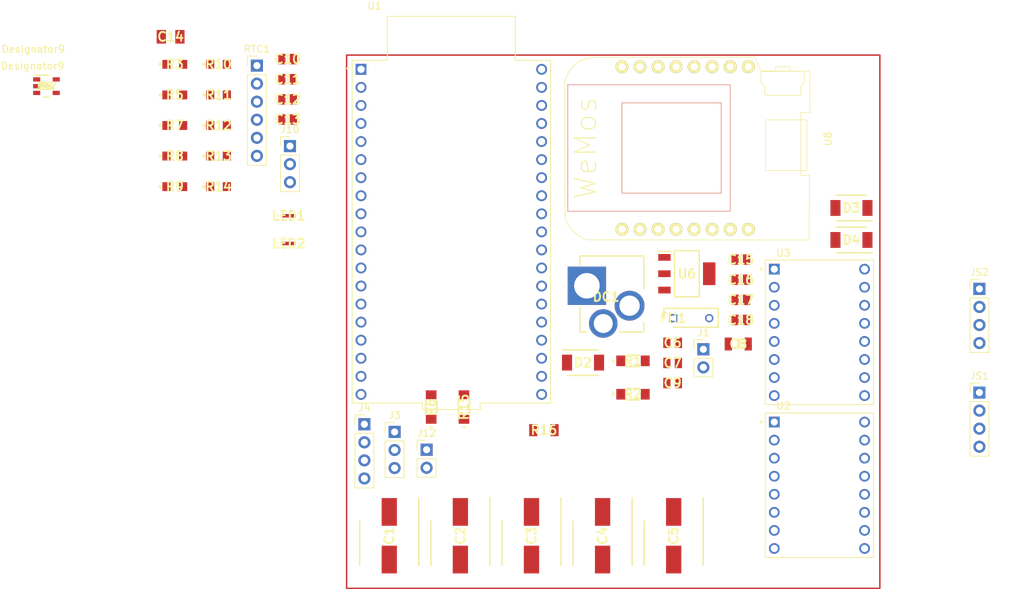
<source format=kicad_pcb>
(kicad_pcb (version 20240108) (generator "pcbnew") (generator_version "8.0")
  (layers (0 "F.Cu" signal) (31 "B.Cu" signal) (34 "B.Paste" user) (35 "F.Paste" user) (36 "B.SilkS" user "B.Silkscreen") (37 "F.SilkS" user "F.Silkscreen") (38 "B.Mask" user) (39 "F.Mask" user) (44 "Edge.Cuts" user))
  (net 0 "")
  (net 1 "VM")
  (net 2 "GND")
  (net 3 "VM2")
  (net 4 "+5V")
  (net 5 "VCC")
  (net 6 "LIMIT")
  (net 7 "PEC")
  (net 8 "AUX3")
  (net 9 "AUX4")
  (net 10 "ESP32_RST")
  (net 11 "Net-(D2-K)")
  (net 12 "Net-(DC1-Pad1)")
  (net 13 "Net-(FH1-Pad2)")
  (net 14 "AUX7")
  (net 15 "PPS")
  (net 16 "PUL")
  (net 17 "Net-(J12-Pad2)")
  (net 18 "2B_1")
  (net 19 "1B_1")
  (net 20 "1A_1")
  (net 21 "2A_1")
  (net 22 "1A_2")
  (net 23 "2B_2")
  (net 24 "2A_2")
  (net 25 "1B_2")
  (net 26 "Net-(LED1-C)")
  (net 27 "Net-(LED2-C)")
  (net 28 "STA")
  (net 29 "AUX8")
  (net 30 "TXTMC")
  (net 31 "EN2_A")
  (net 32 "EN2_B")
  (net 33 "EN1_A")
  (net 34 "EN1_B")
  (net 35 "RA+")
  (net 36 "DE+")
  (net 37 "DE-")
  (net 38 "RA-")
  (net 39 "EN")
  (net 40 "RXTMC")
  (net 41 "SCL")
  (net 42 "SDA")
  (net 44 "DIR2")
  (net 45 "STP3")
  (net 46 "TX2")
  (net 51 "DIR1")
  (net 53 "STP2")
  (net 54 "RX2")
  (net 56 "STP1")
  (net 57 "DIR34")
  (net 62 "STP4")
  (net 71 "TX0")
  (net 72 "RX0")
  (footprint "library:0.1uF_CAPC2012X94N" (layer "F.Cu") (at 217.94 88.92)
    (property "Reference" "C17" (at 0 0 0) (layer "F.SilkS") (effects (font (size 1.27 1.27) (thickness 0.254))))
    (property "Value" "2.2uF" (hide yes))
    (pad "1" smd rect (at -0.81 0) (size 1.02 1.47) (layers "F.Cu" "F.Paste" "F.Mask") (net 2 "GND"))
    (pad "2" smd rect (at 0.81 0) (size 1.02 1.47) (layers "F.Cu" "F.Paste" "F.Mask") (net 3 "VM2"))
  )
  (footprint "Connector_PinHeader_2.54mm:PinHeader_1x02_P2.54mm_Vertical" (layer "F.Cu") (at 173.75 110)
    (property "Reference" "J12" (at 0 -2.33 0) (layer "F.SilkS"))
    (property "Value" "1x2 Header")
    (pad "1" thru_hole rect (at 0 0) (size 1.7 1.7) (drill 1) (layers "*.Cu" "*.Mask") (net 4 "+5V"))
    (pad "2" thru_hole oval (at 0 2.54) (size 1.7 1.7) (drill 1) (layers "*.Cu" "*.Mask") (net 17 "Net-(J12-Pad2)"))
  )
  (footprint "library:Schottky_SODFL5336X130N" (layer "F.Cu") (at 195.75 97.75)
    (property "Reference" "D2" (at 0 0 0) (layer "F.SilkS") (effects (font (size 1.27 1.27) (thickness 0.254))))
    (property "Value" "SS310_C85658" (hide yes))
    (pad "1" smd rect (at -2.25 0) (size 1.42 2.23) (layers "F.Cu" "F.Paste" "F.Mask") (net 11 "Net-(D2-K)"))
    (pad "2" smd rect (at 2.25 0) (size 1.42 2.23) (layers "F.Cu" "F.Paste" "F.Mask") (net 4 "+5V"))
  )
  (footprint "library:0.1uF_CAPC2012X94N" (layer "F.Cu") (at 208.355 97.795)
    (property "Reference" "C7" (at 0 0 0) (layer "F.SilkS") (effects (font (size 1.27 1.27) (thickness 0.254))))
    (property "Value" "100nF" (hide yes))
    (pad "1" smd rect (at -0.81 0) (size 1.02 1.47) (layers "F.Cu" "F.Paste" "F.Mask") (net 3 "VM2"))
    (pad "2" smd rect (at 0.81 0) (size 1.02 1.47) (layers "F.Cu" "F.Paste" "F.Mask") (net 2 "GND"))
  )
  (footprint "library:2.4K_Resistor_ERJUP6" (layer "F.Cu") (at 138.335 60.1)
    (property "Reference" "R5" (at 0 0 0) (layer "F.SilkS") (effects (font (size 1.27 1.27) (thickness 0.254))))
    (property "Value" "2.4K" (hide yes))
    (pad "1" smd rect (at -1.175 0) (size 1.15 1.25) (layers "F.Cu" "F.Paste" "F.Mask") (net 5 "VCC"))
    (pad "2" smd rect (at 1.175 0) (size 1.15 1.25) (layers "F.Cu" "F.Paste" "F.Mask") (net 29 "AUX8"))
  )
  (footprint "library:0.33uF_Capacitor_CAPC3216X127N" (layer "F.Cu") (at 217.585 95.135)
    (property "Reference" "C8" (at 0 0 0) (layer "F.SilkS") (effects (font (size 1.27 1.27) (thickness 0.254))))
    (property "Value" "330nF" (hide yes))
    (pad "1" smd rect (at -1.4 0) (size 1.02 1.82) (layers "F.Cu" "F.Paste" "F.Mask") (net 1 "VM"))
    (pad "2" smd rect (at 1.4 0) (size 1.02 1.82) (layers "F.Cu" "F.Paste" "F.Mask") (net 2 "GND"))
  )
  (footprint "Connector_PinHeader_2.54mm:PinHeader_1x03_P2.54mm_Vertical" (layer "F.Cu") (at 154.535 67.295)
    (property "Reference" "J10" (at 0 -2.33 0) (layer "F.SilkS"))
    (property "Value" "1x3 Header")
    (pad "1" thru_hole rect (at 0 0) (size 1.7 1.7) (drill 1) (layers "*.Cu" "*.Mask") (net 5 "VCC"))
    (pad "2" thru_hole oval (at 0 2.54) (size 1.7 1.7) (drill 1) (layers "*.Cu" "*.Mask") (net 16 "PUL"))
    (pad "3" thru_hole oval (at 0 5.08) (size 1.7 1.7) (drill 1) (layers "*.Cu" "*.Mask") (net 2 "GND"))
  )
  (footprint "library:MODULE_ESP32-DEVKITC" (layer "F.Cu") (at 177.2275 79.35)
    (property "Reference" "U1" (at -10.795 -31.75 360) (layer "F.SilkS"))
    (property "Value" "Nodemcu_esp32")
    (pad "1" thru_hole rect (at -12.7 -22.85) (size 1.53 1.53) (drill 1.02) (layers "*.Cu" "*.Mask") (net 5 "VCC"))
    (pad "2" thru_hole circle (at -12.7 -20.31) (size 1.53 1.53) (drill 1.02) (layers "*.Cu" "*.Mask") (net 10 "ESP32_RST"))
    (pad "3" thru_hole circle (at -12.7 -17.77) (size 1.53 1.53) (drill 1.02) (layers "*.Cu" "*.Mask") (net 7 "PEC"))
    (pad "4" thru_hole circle (at -12.7 -15.23) (size 1.53 1.53) (drill 1.02) (layers "*.Cu" "*.Mask") (net 40 "RXTMC"))
    (pad "5" thru_hole circle (at -12.7 -12.69) (size 1.53 1.53) (drill 1.02) (layers "*.Cu" "*.Mask") (net 38 "RA-"))
    (pad "6" thru_hole circle (at -12.7 -10.15) (size 1.53 1.53) (drill 1.02) (layers "*.Cu" "*.Mask") (net 35 "RA+"))
    (pad "7" thru_hole circle (at -12.7 -7.61) (size 1.53 1.53) (drill 1.02) (layers "*.Cu" "*.Mask") (net 37 "DE-"))
    (pad "8" thru_hole circle (at -12.7 -5.07) (size 1.53 1.53) (drill 1.02) (layers "*.Cu" "*.Mask") (net 36 "DE+"))
    (pad "9" thru_hole circle (at -12.7 -2.53) (size 1.53 1.53) (drill 1.02) (layers "*.Cu" "*.Mask") (net 29 "AUX8"))
    (pad "10" thru_hole circle (at -12.7 0.01) (size 1.53 1.53) (drill 1.02) (layers "*.Cu" "*.Mask") (net 44 "DIR2"))
    (pad "11" thru_hole circle (at -12.7 2.55) (size 1.53 1.53) (drill 1.02) (layers "*.Cu" "*.Mask") (net 53 "STP2"))
    (pad "12" thru_hole circle (at -12.7 5.09) (size 1.53 1.53) (drill 1.02) (layers "*.Cu" "*.Mask") (net 8 "AUX3"))
    (pad "13" thru_hole circle (at -12.7 7.63) (size 1.53 1.53) (drill 1.02) (layers "*.Cu" "*.Mask") (net 28 "STA"))
    (pad "14" thru_hole circle (at -12.7 10.17) (size 1.53 1.53) (drill 1.02) (layers "*.Cu" "*.Mask") (net 2 "GND"))
    (pad "15" thru_hole circle (at -12.7 12.71) (size 1.53 1.53) (drill 1.02) (layers "*.Cu" "*.Mask") (net 9 "AUX4"))
    (pad "16" thru_hole circle (at -12.7 15.25) (size 1.53 1.53) (drill 1.02) (layers "*.Cu" "*.Mask"))
    (pad "17" thru_hole circle (at -12.7 17.79) (size 1.53 1.53) (drill 1.02) (layers "*.Cu" "*.Mask"))
    (pad "18" thru_hole circle (at -12.7 20.33) (size 1.53 1.53) (drill 1.02) (layers "*.Cu" "*.Mask"))
    (pad "19" thru_hole circle (at -12.7 22.87) (size 1.53 1.53) (drill 1.02) (layers "*.Cu" "*.Mask") (net 4 "+5V"))
    (pad "20" thru_hole circle (at 12.7 22.87) (size 1.53 1.53) (drill 1.02) (layers "*.Cu" "*.Mask"))
    (pad "21" thru_hole circle (at 12.7 20.33) (size 1.53 1.53) (drill 1.02) (layers "*.Cu" "*.Mask"))
    (pad "22" thru_hole circle (at 12.7 17.79) (size 1.53 1.53) (drill 1.02) (layers "*.Cu" "*.Mask"))
    (pad "23" thru_hole circle (at 12.7 15.25) (size 1.53 1.53) (drill 1.02) (layers "*.Cu" "*.Mask") (net 57 "DIR34"))
    (pad "24" thru_hole circle (at 12.7 12.71) (size 1.53 1.53) (drill 1.02) (layers "*.Cu" "*.Mask") (net 45 "STP3"))
    (pad "25" thru_hole circle (at 12.7 10.17) (size 1.53 1.53) (drill 1.02) (layers "*.Cu" "*.Mask") (net 51 "DIR1"))
    (pad "26" thru_hole circle (at 12.7 7.63) (size 1.53 1.53) (drill 1.02) (layers "*.Cu" "*.Mask") (net 30 "TXTMC"))
    (pad "27" thru_hole circle (at 12.7 5.09) (size 1.53 1.53) (drill 1.02) (layers "*.Cu" "*.Mask") (net 54 "RX2"))
    (pad "28" thru_hole circle (at 12.7 2.55) (size 1.53 1.53) (drill 1.02) (layers "*.Cu" "*.Mask") (net 46 "TX2"))
    (pad "29" thru_hole circle (at 12.7 0.01) (size 1.53 1.53) (drill 1.02) (layers "*.Cu" "*.Mask") (net 39 "EN"))
    (pad "30" thru_hole circle (at 12.7 -2.53) (size 1.53 1.53) (drill 1.02) (layers "*.Cu" "*.Mask") (net 56 "STP1"))
    (pad "31" thru_hole circle (at 12.7 -5.07) (size 1.53 1.53) (drill 1.02) (layers "*.Cu" "*.Mask") (net 62 "STP4"))
    (pad "32" thru_hole circle (at 12.7 -7.61) (size 1.53 1.53) (drill 1.02) (layers "*.Cu" "*.Mask") (net 2 "GND"))
    (pad "33" thru_hole circle (at 12.7 -10.15) (size 1.53 1.53) (drill 1.02) (layers "*.Cu" "*.Mask") (net 42 "SDA"))
    (pad "34" thru_hole circle (at 12.7 -12.69) (size 1.53 1.53) (drill 1.02) (layers "*.Cu" "*.Mask") (net 71 "TX0"))
    (pad "35" thru_hole circle (at 12.7 -15.23) (size 1.53 1.53) (drill 1.02) (layers "*.Cu" "*.Mask") (net 72 "RX0"))
    (pad "36" thru_hole circle (at 12.7 -17.77) (size 1.53 1.53) (drill 1.02) (layers "*.Cu" "*.Mask") (net 41 "SCL"))
    (pad "37" thru_hole circle (at 12.7 -20.31) (size 1.53 1.53) (drill 1.02) (layers "*.Cu" "*.Mask") (net 14 "AUX7"))
    (pad "38" thru_hole circle (at 12.7 -22.85) (size 1.53 1.53) (drill 1.02) (layers "*.Cu" "*.Mask") (net 2 "GND"))
  )
  (footprint "library:DBV0005A_N" (layer "F.Cu") (at 120.285 58.87)
    (property "Reference" "U7" (at 0 0 0) (layer "F.SilkS"))
    (property "Value" "TPS7B6950DBVR")
    (fp_text user "VAL" (at 0 0 0) (layer "F.SilkS"))
    (fp_text user "Designator9" (at -1.9558 -2.8448 0) (layer "F.SilkS"))
    (fp_text user "TOL" (at 0 0 0) (layer "F.SilkS"))
    (fp_text user "PN" (at 0 0 0) (layer "F.SilkS"))
    (fp_text user "Designator9" (at -1.8542 -5.207 0) (layer "F.SilkS"))
    (fp_text user "DEV" (at 0 0 0) (layer "F.SilkS"))
    (pad "1" smd rect (at -1.375001 -0.950001 90) (size 0.599999 1) (layers "F.Cu" "F.Paste" "F.Mask") (net 1 "VM"))
    (pad "2" smd rect (at -1.375001 0 90) (size 0.599999 1) (layers "F.Cu" "F.Paste" "F.Mask"))
    (pad "3" smd rect (at -1.375001 0.949998 90) (size 0.599999 1) (layers "F.Cu" "F.Paste" "F.Mask") (net 2 "GND"))
    (pad "4" smd rect (at 1.374999 0.949998 90) (size 0.599999 1) (layers "F.Cu" "F.Paste" "F.Mask") (net 2 "GND"))
    (pad "5" smd rect (at 1.374999 -0.950001 90) (size 0.599999 1) (layers "F.Cu" "F.Paste" "F.Mask") (net 4 "+5V"))
  )
  (footprint "library:FuseHolder_RHDR2W53P0X508_1X2_765X255X455P" (layer "F.Cu") (at 208.42 91.5)
    (property "Reference" "FH1" (at 0 0 0) (layer "F.SilkS") (effects (font (size 1.27 1.27) (thickness 0.254))))
    (property "Value" "XF-506P" (hide yes))
    (pad "1" thru_hole rect (at 0 0) (size 1.15 1.15) (drill 0.75) (layers "*.Cu" "*.Mask") (net 12 "Net-(DC1-Pad1)"))
    (pad "2" thru_hole circle (at 5.08 0) (size 1.15 1.15) (drill 0.75) (layers "*.Cu" "*.Mask") (net 13 "Net-(FH1-Pad2)"))
  )
  (footprint "library:2.4K_Resistor_ERJUP6" (layer "F.Cu") (at 144.485 64.4)
    (property "Reference" "R12" (at 0 0 0) (layer "F.SilkS") (effects (font (size 1.27 1.27) (thickness 0.254))))
    (property "Value" "2.4K" (hide yes))
    (pad "1" smd rect (at -1.175 0) (size 1.15 1.25) (layers "F.Cu" "F.Paste" "F.Mask") (net 5 "VCC"))
    (pad "2" smd rect (at 1.175 0) (size 1.15 1.25) (layers "F.Cu" "F.Paste" "F.Mask") (net 36 "DE+"))
  )
  (footprint "library:47uF_100uF_Capacitor_CAPAE830X1080N" (layer "F.Cu") (at 168.5 122.1 -90)
    (property "Reference" "C1" (at 0 0 90) (layer "F.SilkS") (effects (font (size 1.27 1.27) (thickness 0.254))))
    (property "Value" "100uF" (hide yes))
    (pad "1" smd rect (at -3.35 0) (size 2.15 3.9) (layers "F.Cu" "F.Paste" "F.Mask") (net 1 "VM"))
    (pad "2" smd rect (at 3.35 0) (size 2.15 3.9) (layers "F.Cu" "F.Paste" "F.Mask") (net 2 "GND"))
  )
  (footprint "library:LED_AA1608LZGSK295V" (layer "F.Cu") (at 154.355 77.1)
    (property "Reference" "LED1" (at 0 0 0) (layer "F.SilkS") (effects (font (size 1.27 1.27) (thickness 0.254))))
    (property "Value" "TJ-L3FYTXHAMCGLFLC0A-A5" (hide yes))
    (pad "1" smd rect (at -0.47 0 90) (size 0.5 1.05) (layers "F.Cu" "F.Paste" "F.Mask") (net 4 "+5V"))
    (pad "2" smd rect (at 0.645 0 90) (size 0.5 0.7) (layers "F.Cu" "F.Paste" "F.Mask") (net 26 "Net-(LED1-C)"))
  )
  (footprint "library:Schottky_SODFL5336X130N" (layer "F.Cu") (at 233.5 76 180)
    (property "Reference" "D3" (at 0 0 360) (layer "F.SilkS") (effects (font (size 1.27 1.27) (thickness 0.254))))
    (property "Value" "SS310_C85658" (hide yes))
    (pad "1" smd rect (at -2.25 0 180) (size 1.42 2.23) (layers "F.Cu" "F.Paste" "F.Mask") (net 1 "VM"))
    (pad "2" smd rect (at 2.25 0 180) (size 1.42 2.23) (layers "F.Cu" "F.Paste" "F.Mask") (net 5 "VCC"))
  )
  (footprint "library:LED_AA1608LZGSK295V" (layer "F.Cu") (at 154.355 81)
    (property "Reference" "LED2" (at 0 0 0) (layer "F.SilkS") (effects (font (size 1.27 1.27) (thickness 0.254))))
    (property "Value" "HL-304S9AD" (hide yes))
    (pad "1" smd rect (at -0.47 0 90) (size 0.5 1.05) (layers "F.Cu" "F.Paste" "F.Mask") (net 28 "STA"))
    (pad "2" smd rect (at 0.645 0 90) (size 0.5 0.7) (layers "F.Cu" "F.Paste" "F.Mask") (net 27 "Net-(LED2-C)"))
  )
  (footprint "library:0.1uF_CAPC2012X94N" (layer "F.Cu") (at 154.205 60.725)
    (property "Reference" "C12" (at 0 0 0) (layer "F.SilkS") (effects (font (size 1.27 1.27) (thickness 0.254))))
    (property "Value" "100nF" (hide yes))
    (pad "1" smd rect (at -0.81 0) (size 1.02 1.47) (layers "F.Cu" "F.Paste" "F.Mask") (net 2 "GND"))
    (pad "2" smd rect (at 0.81 0) (size 1.02 1.47) (layers "F.Cu" "F.Paste" "F.Mask") (net 8 "AUX3"))
  )
  (footprint "library:47uF_100uF_Capacitor_CAPAE830X1080N" (layer "F.Cu") (at 188.5 122.1 -90)
    (property "Reference" "C3" (at 0 0 90) (layer "F.SilkS") (effects (font (size 1.27 1.27) (thickness 0.254))))
    (property "Value" "100uF" (hide yes))
    (pad "1" smd rect (at -3.35 0) (size 2.15 3.9) (layers "F.Cu" "F.Paste" "F.Mask") (net 3 "VM2"))
    (pad "2" smd rect (at 3.35 0) (size 2.15 3.9) (layers "F.Cu" "F.Paste" "F.Mask") (net 2 "GND"))
  )
  (footprint "Connector_PinHeader_2.54mm:PinHeader_1x06_P2.54mm_Vertical" (layer "F.Cu") (at 149.885 55.975)
    (property "Reference" "RTC1" (at 0 -2.33 0) (layer "F.SilkS"))
    (property "Value" "DS3231-RTC-SINGLE-HEADER")
    (pad "1" thru_hole rect (at 0 0) (size 1.7 1.7) (drill 1) (layers "*.Cu" "*.Mask"))
    (pad "2" thru_hole oval (at 0 2.54) (size 1.7 1.7) (drill 1) (layers "*.Cu" "*.Mask") (net 15 "PPS"))
    (pad "3" thru_hole oval (at 0 5.08) (size 1.7 1.7) (drill 1) (layers "*.Cu" "*.Mask") (net 41 "SCL"))
    (pad "4" thru_hole oval (at 0 7.62) (size 1.7 1.7) (drill 1) (layers "*.Cu" "*.Mask") (net 42 "SDA"))
    (pad "5" thru_hole oval (at 0 10.16) (size 1.7 1.7) (drill 1) (layers "*.Cu" "*.Mask") (net 5 "VCC"))
    (pad "6" thru_hole oval (at 0 12.7) (size 1.7 1.7) (drill 1) (layers "*.Cu" "*.Mask") (net 2 "GND"))
  )
  (footprint "library:0.1uF_CAPC2012X94N" (layer "F.Cu") (at 208.355 94.965)
    (property "Reference" "C6" (at 0 0 0) (layer "F.SilkS") (effects (font (size 1.27 1.27) (thickness 0.254))))
    (property "Value" "100nF" (hide yes))
    (pad "1" smd rect (at -0.81 0) (size 1.02 1.47) (layers "F.Cu" "F.Paste" "F.Mask") (net 5 "VCC"))
    (pad "2" smd rect (at 0.81 0) (size 1.02 1.47) (layers "F.Cu" "F.Paste" "F.Mask") (net 2 "GND"))
  )
  (footprint "Connector_PinHeader_2.54mm:PinHeader_1x02_P2.54mm_Vertical" (layer "F.Cu") (at 212.675 95.875)
    (property "Reference" "J1" (at 0 -2.33 0) (layer "F.SilkS"))
    (property "Value" "M2545V-02P")
    (pad "1" thru_hole rect (at 0 0) (size 1.7 1.7) (drill 1) (layers "*.Cu" "*.Mask") (net 13 "Net-(FH1-Pad2)"))
    (pad "2" thru_hole oval (at 0 2.54) (size 1.7 1.7) (drill 1) (layers "*.Cu" "*.Mask") (net 1 "VM"))
  )
  (footprint "library:4.7K_Resistor_ERA8P" (layer "F.Cu") (at 202.775 97.5)
    (property "Reference" "R1" (at 0 0 0) (layer "F.SilkS") (effects (font (size 1.27 1.27) (thickness 0.254))))
    (property "Value" "4.7K" (hide yes))
    (pad "1" smd rect (at -1.725 0) (size 1.25 1.5) (layers "F.Cu" "F.Paste" "F.Mask") (net 26 "Net-(LED1-C)"))
    (pad "2" smd rect (at 1.725 0) (size 1.25 1.5) (layers "F.Cu" "F.Paste" "F.Mask") (net 2 "GND"))
  )
  (footprint "library:2.4K_Resistor_ERJUP6" (layer "F.Cu") (at 138.335 73)
    (property "Reference" "R9" (at 0 0 0) (layer "F.SilkS") (effects (font (size 1.27 1.27) (thickness 0.254))))
    (property "Value" "2.4K" (hide yes))
    (pad "1" smd rect (at -1.175 0) (size 1.15 1.25) (layers "F.Cu" "F.Paste" "F.Mask") (net 16 "PUL"))
    (pad "2" smd rect (at 1.175 0) (size 1.15 1.25) (layers "F.Cu" "F.Paste" "F.Mask") (net 33 "EN1_A"))
  )
  (footprint "library:2.4K_Resistor_ERJUP6" (layer "F.Cu") (at 138.335 55.8)
    (property "Reference" "R3" (at 0 0 0) (layer "F.SilkS") (effects (font (size 1.27 1.27) (thickness 0.254))))
    (property "Value" "2.4K" (hide yes))
    (pad "1" smd rect (at -1.175 0) (size 1.15 1.25) (layers "F.Cu" "F.Paste" "F.Mask") (net 5 "VCC"))
    (pad "2" smd rect (at 1.175 0) (size 1.15 1.25) (layers "F.Cu" "F.Paste" "F.Mask") (net 6 "LIMIT"))
  )
  (footprint "library:MODULE_TMC2209_SILENTSTEPSTICK" (layer "F.Cu") (at 229 115)
    (property "Reference" "U2" (at -5.075 -11.155 0) (layer "F.SilkS"))
    (property "Value" "TMC2209")
    (pad "1" thru_hole rect (at -6.35 -8.89) (size 1.508 1.508) (drill 1) (layers "*.Cu" "*.Mask") (net 39 "EN"))
    (pad "2" thru_hole circle (at -6.35 -6.35) (size 1.508 1.508) (drill 1) (layers "*.Cu" "*.Mask") (net 2 "GND"))
    (pad "3" thru_hole circle (at -6.35 -3.81) (size 1.508 1.508) (drill 1) (layers "*.Cu" "*.Mask") (net 2 "GND"))
    (pad "4" thru_hole circle (at -6.35 -1.27) (size 1.508 1.508) (drill 1) (layers "*.Cu" "*.Mask"))
    (pad "5" thru_hole circle (at -6.35 1.27) (size 1.508 1.508) (drill 1) (layers "*.Cu" "*.Mask") (net 40 "RXTMC"))
    (pad "6" thru_hole circle (at -6.35 3.81) (size 1.508 1.508) (drill 1) (layers "*.Cu" "*.Mask"))
    (pad "7" thru_hole circle (at -6.35 6.35) (size 1.508 1.508) (drill 1) (layers "*.Cu" "*.Mask") (net 56 "STP1"))
    (pad "8" thru_hole circle (at -6.35 8.89) (size 1.508 1.508) (drill 1) (layers "*.Cu" "*.Mask") (net 51 "DIR1"))
    (pad "9" thru_hole circle (at 6.35 -8.89) (size 1.508 1.508) (drill 1) (layers "*.Cu" "*.Mask") (net 2 "GND"))
    (pad "10" thru_hole circle (at 6.35 -6.35) (size 1.508 1.508) (drill 1) (layers "*.Cu" "*.Mask") (net 5 "VCC"))
    (pad "11" thru_hole circle (at 6.35 -3.81) (size 1.508 1.508) (drill 1) (layers "*.Cu" "*.Mask") (net 19 "1B_1"))
    (pad "12" thru_hole circle (at 6.35 -1.27) (size 1.508 1.508) (drill 1) (layers "*.Cu" "*.Mask") (net 20 "1A_1"))
    (pad "13" thru_hole circle (at 6.35 1.27) (size 1.508 1.508) (drill 1) (layers "*.Cu" "*.Mask") (net 21 "2A_1"))
    (pad "14" thru_hole circle (at 6.35 3.81) (size 1.508 1.508) (drill 1) (layers "*.Cu" "*.Mask") (net 18 "2B_1"))
    (pad "15" thru_hole circle (at 6.35 6.35) (size 1.508 1.508) (drill 1) (layers "*.Cu" "*.Mask") (net 2 "GND"))
    (pad "16" thru_hole circle (at 6.35 8.89) (size 1.508 1.508) (drill 1) (layers "*.Cu" "*.Mask") (net 1 "VM"))
  )
  (footprint "library:0.1uF_CAPC2012X94N" (layer "F.Cu") (at 154.205 57.895)
    (property "Reference" "C11" (at 0 0 0) (layer "F.SilkS") (effects (font (size 1.27 1.27) (thickness 0.254))))
    (property "Value" "100nF" (hide yes))
    (pad "1" smd rect (at -0.81 0) (size 1.02 1.47) (layers "F.Cu" "F.Paste" "F.Mask") (net 2 "GND"))
    (pad "2" smd rect (at 0.81 0) (size 1.02 1.47) (layers "F.Cu" "F.Paste" "F.Mask") (net 7 "PEC"))
  )
  (footprint "library:0.1uF_CAPC2012X94N" (layer "F.Cu") (at 217.94 86.09)
    (property "Reference" "C16" (at 0 0 0) (layer "F.SilkS") (effects (font (size 1.27 1.27) (thickness 0.254))))
    (property "Value" "4.7uF" (hide yes))
    (pad "1" smd rect (at -0.81 0) (size 1.02 1.47) (layers "F.Cu" "F.Paste" "F.Mask") (net 2 "GND"))
    (pad "2" smd rect (at 0.81 0) (size 1.02 1.47) (layers "F.Cu" "F.Paste" "F.Mask") (net 4 "+5V"))
  )
  (footprint "library:MODULE_TMC2209_SILENTSTEPSTICK" (layer "F.Cu") (at 229 93.5)
    (property "Reference" "U3" (at -5.075 -11.155 0) (layer "F.SilkS"))
    (property "Value" "TMC2209")
    (pad "1" thru_hole rect (at -6.35 -8.89) (size 1.508 1.508) (drill 1) (layers "*.Cu" "*.Mask") (net 39 "EN"))
    (pad "2" thru_hole circle (at -6.35 -6.35) (size 1.508 1.508) (drill 1) (layers "*.Cu" "*.Mask") (net 5 "VCC"))
    (pad "3" thru_hole circle (at -6.35 -3.81) (size 1.508 1.508) (drill 1) (layers "*.Cu" "*.Mask") (net 2 "GND"))
    (pad "4" thru_hole circle (at -6.35 -1.27) (size 1.508 1.508) (drill 1) (layers "*.Cu" "*.Mask"))
    (pad "5" thru_hole circle (at -6.35 1.27) (size 1.508 1.508) (drill 1) (layers "*.Cu" "*.Mask") (net 40 "RXTMC"))
    (pad "6" thru_hole circle (at -6.35 3.81) (size 1.508 1.508) (drill 1) (layers "*.Cu" "*.Mask"))
    (pad "7" thru_hole circle (at -6.35 6.35) (size 1.508 1.508) (drill 1) (layers "*.Cu" "*.Mask") (net 53 "STP2"))
    (pad "8" thru_hole circle (at -6.35 8.89) (size 1.508 1.508) (drill 1) (layers "*.Cu" "*.Mask") (net 44 "DIR2"))
    (pad "9" thru_hole circle (at 6.35 -8.89) (size 1.508 1.508) (drill 1) (layers "*.Cu" "*.Mask") (net 2 "GND"))
    (pad "10" thru_hole circle (at 6.35 -6.35) (size 1.508 1.508) (drill 1) (layers "*.Cu" "*.Mask") (net 5 "VCC"))
    (pad "11" thru_hole circle (at 6.35 -3.81) (size 1.508 1.508) (drill 1) (layers "*.Cu" "*.Mask") (net 25 "1B_2"))
    (pad "12" thru_hole circle (at 6.35 -1.27) (size 1.508 1.508) (drill 1) (layers "*.Cu" "*.Mask") (net 22 "1A_2"))
    (pad "13" thru_hole circle (at 6.35 1.27) (size 1.508 1.508) (drill 1) (layers "*.Cu" "*.Mask") (net 24 "2A_2"))
    (pad "14" thru_hole circle (at 6.35 3.81) (size 1.508 1.508) (drill 1) (layers "*.Cu" "*.Mask") (net 23 "2B_2"))
    (pad "15" thru_hole circle (at 6.35 6.35) (size 1.508 1.508) (drill 1) (layers "*.Cu" "*.Mask") (net 2 "GND"))
    (pad "16" thru_hole circle (at 6.35 8.89) (size 1.508 1.508) (drill 1) (layers "*.Cu" "*.Mask") (net 1 "VM"))
  )
  (footprint "library:Schottky_SODFL5336X130N" (layer "F.Cu") (at 233.5 80.5 180)
    (property "Reference" "D4" (at 0 0 360) (layer "F.SilkS") (effects (font (size 1.27 1.27) (thickness 0.254))))
    (property "Value" "SS310_C85658" (hide yes))
    (pad "1" smd rect (at -2.25 0 180) (size 1.42 2.23) (layers "F.Cu" "F.Paste" "F.Mask") (net 3 "VM2"))
    (pad "2" smd rect (at 2.25 0 180) (size 1.42 2.23) (layers "F.Cu" "F.Paste" "F.Mask") (net 5 "VCC"))
  )
  (footprint "library:2.4K_Resistor_ERJUP6" (layer "F.Cu") (at 138.335 64.4)
    (property "Reference" "R7" (at 0 0 0) (layer "F.SilkS") (effects (font (size 1.27 1.27) (thickness 0.254))))
    (property "Value" "2.4K" (hide yes))
    (pad "1" smd rect (at -1.175 0) (size 1.15 1.25) (layers "F.Cu" "F.Paste" "F.Mask") (net 16 "PUL"))
    (pad "2" smd rect (at 1.175 0) (size 1.15 1.25) (layers "F.Cu" "F.Paste" "F.Mask") (net 31 "EN2_A"))
  )
  (footprint "Connector_PinHeader_2.54mm:PinHeader_1x03_P2.54mm_Vertical" (layer "F.Cu") (at 169.25 107.5)
    (property "Reference" "J3" (at 0 -2.33 0) (layer "F.SilkS"))
    (property "Value" "Conn_01x03_Pin")
    (pad "1" thru_hole rect (at 0 0) (size 1.7 1.7) (drill 1) (layers "*.Cu" "*.Mask") (net 29 "AUX8"))
    (pad "2" thru_hole oval (at 0 2.54) (size 1.7 1.7) (drill 1) (layers "*.Cu" "*.Mask") (net 6 "LIMIT"))
    (pad "3" thru_hole oval (at 0 5.08) (size 1.7 1.7) (drill 1) (layers "*.Cu" "*.Mask") (net 2 "GND"))
  )
  (footprint "library:2.4K_Resistor_ERJUP6" (layer "F.Cu") (at 144.485 68.7)
    (property "Reference" "R13" (at 0 0 0) (layer "F.SilkS") (effects (font (size 1.27 1.27) (thickness 0.254))))
    (property "Value" "2.4K" (hide yes))
    (pad "1" smd rect (at -1.175 0) (size 1.15 1.25) (layers "F.Cu" "F.Paste" "F.Mask") (net 5 "VCC"))
    (pad "2" smd rect (at 1.175 0) (size 1.15 1.25) (layers "F.Cu" "F.Paste" "F.Mask") (net 37 "DE-"))
  )
  (footprint "library:47uF_100uF_Capacitor_CAPAE830X1080N" (layer "F.Cu") (at 208.5 122.1 -90)
    (property "Reference" "C5" (at 0 0 90) (layer "F.SilkS") (effects (font (size 1.27 1.27) (thickness 0.254))))
    (property "Value" "47uF" (hide yes))
    (pad "1" smd rect (at -3.35 0) (size 2.15 3.9) (layers "F.Cu" "F.Paste" "F.Mask") (net 5 "VCC"))
    (pad "2" smd rect (at 3.35 0) (size 2.15 3.9) (layers "F.Cu" "F.Paste" "F.Mask") (net 2 "GND"))
  )
  (footprint "library:4.7K_Resistor_ERA8P" (layer "F.Cu") (at 202.775 102.2)
    (property "Reference" "R2" (at 0 0 0) (layer "F.SilkS") (effects (font (size 1.27 1.27) (thickness 0.254))))
    (property "Value" "4.7K" (hide yes))
    (pad "1" smd rect (at -1.725 0) (size 1.25 1.5) (layers "F.Cu" "F.Paste" "F.Mask") (net 27 "Net-(LED2-C)"))
    (pad "2" smd rect (at 1.725 0) (size 1.25 1.5) (layers "F.Cu" "F.Paste" "F.Mask") (net 2 "GND"))
  )
  (footprint "library:0.1uF_CAPC2012X94N" (layer "F.Cu") (at 208.355 100.625)
    (property "Reference" "C9" (at 0 0 0) (layer "F.SilkS") (effects (font (size 1.27 1.27) (thickness 0.254))))
    (property "Value" "100nF" (hide yes))
    (pad "1" smd rect (at -0.81 0) (size 1.02 1.47) (layers "F.Cu" "F.Paste" "F.Mask") (net 4 "+5V"))
    (pad "2" smd rect (at 0.81 0) (size 1.02 1.47) (layers "F.Cu" "F.Paste" "F.Mask") (net 2 "GND"))
  )
  (footprint "library:0.1uF_CAPC2012X94N" (layer "F.Cu") (at 154.205 63.555)
    (property "Reference" "C13" (at 0 0 0) (layer "F.SilkS") (effects (font (size 1.27 1.27) (thickness 0.254))))
    (property "Value" "100nF" (hide yes))
    (pad "1" smd rect (at -0.81 0) (size 1.02 1.47) (layers "F.Cu" "F.Paste" "F.Mask") (net 2 "GND"))
    (pad "2" smd rect (at 0.81 0) (size 1.02 1.47) (layers "F.Cu" "F.Paste" "F.Mask") (net 9 "AUX4"))
  )
  (footprint "library:D1_mini_board" (layer "F.Cu") (at 211.38 67.57 90)
    (property "Reference" "U8" (at 1.27 18.81 90) (layer "F.SilkS"))
    (property "Value" "WEMOS D1 MINI PRO")
    (fp_text user "WeMos" (at 0 -15.24 90) (layer "F.SilkS") (effects (font (size 3 3))))
    (pad "1" thru_hole circle (at -11.43 7.62 90) (size 1.8 1.8) (drill 1.016) (layers "*.Cu" "*.Mask" "F.SilkS") (net 11 "Net-(D2-K)"))
    (pad "2" thru_hole circle (at -11.43 5.08 90) (size 1.8 1.8) (drill 1.016) (layers "*.Cu" "*.Mask" "F.SilkS") (net 2 "GND"))
    (pad "3" thru_hole circle (at -11.43 2.54 90) (size 1.8 1.8) (drill 1.016) (layers "*.Cu" "*.Mask" "F.SilkS"))
    (pad "4" thru_hole circle (at -11.43 0 90) (size 1.8 1.8) (drill 1.016) (layers "*.Cu" "*.Mask" "F.SilkS"))
    (pad "5" thru_hole circle (at -11.43 -2.54 90) (size 1.8 1.8) (drill 1.016) (layers "*.Cu" "*.Mask" "F.SilkS") (net 32 "EN2_B"))
    (pad "6" thru_hole circle (at -11.43 -5.08 90) (size 1.8 1.8) (drill 1.016) (layers "*.Cu" "*.Mask" "F.SilkS") (net 31 "EN2_A"))
    (pad "7" thru_hole circle (at -11.43 -7.62 90) (size 1.8 1.8) (drill 1.016) (layers "*.Cu" "*.Mask" "F.SilkS"))
    (pad "8" thru_hole circle (at -11.43 -10.16 90) (size 1.8 1.8) (drill 1.016) (layers "*.Cu" "*.Mask" "F.SilkS"))
    (pad "9" thru_hole circle (at 11.43 -10.16 90) (size 1.8 1.8) (drill 1.016) (layers "*.Cu" "*.Mask" "F.SilkS"))
    (pad "10" thru_hole circle (at 11.43 -7.62 90) (size 1.8 1.8) (drill 1.016) (layers "*.Cu" "*.Mask" "F.SilkS"))
    (pad "11" thru_hole circle (at 11.43 -5.08 90) (size 1.8 1.8) (drill 1.016) (layers "*.Cu" "*.Mask" "F.SilkS"))
    (pad "12" thru_hole circle (at 11.43 -2.54 90) (size 1.8 1.8) (drill 1.016) (layers "*.Cu" "*.Mask" "F.SilkS") (net 33 "EN1_A"))
    (pad "13" thru_hole circle (at 11.43 0 90) (size 1.8 1.8) (drill 1.016) (layers "*.Cu" "*.Mask" "F.SilkS") (net 34 "EN1_B"))
    (pad "14" thru_hole circle (at 11.43 2.54 90) (size 1.8 1.8) (drill 1.016) (layers "*.Cu" "*.Mask" "F.SilkS") (net 46 "TX2"))
    (pad "15" thru_hole circle (at 11.43 5.08 90) (size 1.8 1.8) (drill 1.016) (layers "*.Cu" "*.Mask" "F.SilkS") (net 54 "RX2"))
    (pad "16" thru_hole circle (at 11.43 7.62 90) (size 1.8 1.8) (drill 1.016) (layers "*.Cu" "*.Mask" "F.SilkS"))
  )
  (footprint "library:47uF_100uF_Capacitor_CAPAE830X1080N" (layer "F.Cu") (at 178.5 122.1 -90)
    (property "Reference" "C2" (at 0 0 90) (layer "F.SilkS") (effects (font (size 1.27 1.27) (thickness 0.254))))
    (property "Value" "100uF" (hide yes))
    (pad "1" smd rect (at -3.35 0) (size 2.15 3.9) (layers "F.Cu" "F.Paste" "F.Mask") (net 1 "VM"))
    (pad "2" smd rect (at 3.35 0) (size 2.15 3.9) (layers "F.Cu" "F.Paste" "F.Mask") (net 2 "GND"))
  )
  (footprint "library:4.7K_Resistor_ERA8P" (layer "F.Cu") (at 179 104 90)
    (property "Reference" "R15" (at 0 0 90) (layer "F.SilkS") (effects (font (size 1.27 1.27) (thickness 0.254))))
    (property "Value" "4.7K" (hide yes))
    (pad "1" smd rect (at -1.725 0 90) (size 1.25 1.5) (layers "F.Cu" "F.Paste" "F.Mask") (net 39 "EN"))
    (pad "2" smd rect (at 1.725 0 90) (size 1.25 1.5) (layers "F.Cu" "F.Paste" "F.Mask") (net 5 "VCC"))
  )
  (footprint "library:0.1uF_CAPC2012X94N" (layer "F.Cu") (at 217.94 83.26)
    (property "Reference" "C15" (at 0 0 0) (layer "F.SilkS") (effects (font (size 1.27 1.27) (thickness 0.254))))
    (property "Value" "10uF" (hide yes))
    (pad "1" smd rect (at -0.81 0) (size 1.02 1.47) (layers "F.Cu" "F.Paste" "F.Mask") (net 2 "GND"))
    (pad "2" smd rect (at 0.81 0) (size 1.02 1.47) (layers "F.Cu" "F.Paste" "F.Mask") (net 1 "VM"))
  )
  (footprint "library:2.4K_Resistor_ERJUP6" (layer "F.Cu") (at 138.335 68.7)
    (property "Reference" "R8" (at 0 0 0) (layer "F.SilkS") (effects (font (size 1.27 1.27) (thickness 0.254))))
    (property "Value" "2.4K" (hide yes))
    (pad "1" smd rect (at -1.175 0) (size 1.15 1.25) (layers "F.Cu" "F.Paste" "F.Mask") (net 16 "PUL"))
    (pad "2" smd rect (at 1.175 0) (size 1.15 1.25) (layers "F.Cu" "F.Paste" "F.Mask") (net 32 "EN2_B"))
  )
  (footprint "library:10uF_Capacitor_CAPC3216X190N" (layer "F.Cu") (at 137.745 51.925)
    (property "Reference" "C14" (at 0 0 0) (layer "F.SilkS") (effects (font (size 1.27 1.27) (thickness 0.254))))
    (property "Value" "10uF" (hide yes))
    (pad "1" smd rect (at -1.31 0) (size 1.3 1.92) (layers "F.Cu" "F.Paste" "F.Mask") (net 10 "ESP32_RST"))
    (pad "2" smd rect (at 1.31 0) (size 1.3 1.92) (layers "F.Cu" "F.Paste" "F.Mask") (net 2 "GND"))
  )
  (footprint "library:0.1uF_CAPC2012X94N" (layer "F.Cu") (at 217.94 91.75)
    (property "Reference" "C18" (at 0 0 0) (layer "F.SilkS") (effects (font (size 1.27 1.27) (thickness 0.254))))
    (property "Value" "1uF" (hide yes))
    (pad "1" smd rect (at -0.81 0) (size 1.02 1.47) (layers "F.Cu" "F.Paste" "F.Mask") (net 2 "GND"))
    (pad "2" smd rect (at 0.81 0) (size 1.02 1.47) (layers "F.Cu" "F.Paste" "F.Mask") (net 1 "VM"))
  )
  (footprint "library:2.4K_Resistor_ERJUP6" (layer "F.Cu") (at 144.485 73)
    (property "Reference" "R14" (at 0 0 0) (layer "F.SilkS") (effects (font (size 1.27 1.27) (thickness 0.254))))
    (property "Value" "2.4K" (hide yes))
    (pad "1" smd rect (at -1.175 0) (size 1.15 1.25) (layers "F.Cu" "F.Paste" "F.Mask") (net 5 "VCC"))
    (pad "2" smd rect (at 1.175 0) (size 1.15 1.25) (layers "F.Cu" "F.Paste" "F.Mask") (net 38 "RA-"))
  )
  (footprint "library:1k_Resistor_RESC3216X70N" (layer "F.Cu") (at 190.25 107.25)
    (property "Reference" "R16" (at 0 0 360) (layer "F.SilkS") (effects (font (size 1.27 1.27) (thickness 0.254))))
    (property "Value" "1kΩ" (hide yes))
    (pad "1" smd rect (at -1.5 0) (size 1.15 1.7) (layers "F.Cu" "F.Paste" "F.Mask") (net 30 "TXTMC"))
    (pad "2" smd rect (at 1.5 0) (size 1.15 1.7) (layers "F.Cu" "F.Paste" "F.Mask") (net 40 "RXTMC"))
  )
  (footprint "library:0.1uF_CAPC2012X94N" (layer "F.Cu") (at 154.205 55.065)
    (property "Reference" "C10" (at 0 0 0) (layer "F.SilkS") (effects (font (size 1.27 1.27) (thickness 0.254))))
    (property "Value" "100nF" (hide yes))
    (pad "1" smd rect (at -0.81 0) (size 1.02 1.47) (layers "F.Cu" "F.Paste" "F.Mask") (net 2 "GND"))
    (pad "2" smd rect (at 0.81 0) (size 1.02 1.47) (layers "F.Cu" "F.Paste" "F.Mask") (net 6 "LIMIT"))
  )
  (footprint "Connector_PinHeader_2.54mm:PinHeader_1x04_P2.54mm_Vertical" (layer "F.Cu") (at 251.5 101.96)
    (property "Reference" "JS1" (at 0 -2.33 360) (layer "F.SilkS"))
    (property "Value" "XY350V-3.5-4P")
    (pad "1" thru_hole rect (at 0 0) (size 1.7 1.7) (drill 1) (layers "*.Cu" "*.Mask") (net 19 "1B_1"))
    (pad "2" thru_hole oval (at 0 2.54) (size 1.7 1.7) (drill 1) (layers "*.Cu" "*.Mask") (net 20 "1A_1"))
    (pad "3" thru_hole oval (at 0 5.08) (size 1.7 1.7) (drill 1) (layers "*.Cu" "*.Mask") (net 21 "2A_1"))
    (pad "4" thru_hole oval (at 0 7.62) (size 1.7 1.7) (drill 1) (layers "*.Cu" "*.Mask") (net 18 "2B_1"))
  )
  (footprint "Connector_PinHeader_2.54mm:PinHeader_1x04_P2.54mm_Vertical" (layer "F.Cu") (at 251.5 87.38)
    (property "Reference" "JS2" (at 0 -2.33 360) (layer "F.SilkS"))
    (property "Value" "XY350V-3.5-4P")
    (pad "1" thru_hole rect (at 0 0) (size 1.7 1.7) (drill 1) (layers "*.Cu" "*.Mask") (net 25 "1B_2"))
    (pad "2" thru_hole oval (at 0 2.54) (size 1.7 1.7) (drill 1) (layers "*.Cu" "*.Mask") (net 22 "1A_2"))
    (pad "3" thru_hole oval (at 0 5.08) (size 1.7 1.7) (drill 1) (layers "*.Cu" "*.Mask") (net 24 "2A_2"))
    (pad "4" thru_hole oval (at 0 7.62) (size 1.7 1.7) (drill 1) (layers "*.Cu" "*.Mask") (net 23 "2B_2"))
  )
  (footprint "Connector_PinHeader_2.54mm:PinHeader_1x04_P2.54mm_Vertical" (layer "F.Cu") (at 165 106.42)
    (property "Reference" "J4" (at 0 -2.33 0) (layer "F.SilkS"))
    (property "Value" "1x4 Header")
    (pad "1" thru_hole rect (at 0 0) (size 1.7 1.7) (drill 1) (layers "*.Cu" "*.Mask") (net 5 "VCC"))
    (pad "2" thru_hole oval (at 0 2.54) (size 1.7 1.7) (drill 1) (layers "*.Cu" "*.Mask") (net 6 "LIMIT"))
    (pad "3" thru_hole oval (at 0 5.08) (size 1.7 1.7) (drill 1) (layers "*.Cu" "*.Mask") (net 14 "AUX7"))
    (pad "4" thru_hole oval (at 0 7.62) (size 1.7 1.7) (drill 1) (layers "*.Cu" "*.Mask") (net 15 "PPS"))
  )
  (footprint "library:4.7K_Resistor_ERA8P" (layer "F.Cu") (at 174.395 104 90)
    (property "Reference" "R6" (at 0 0 90) (layer "F.SilkS") (effects (font (size 1.27 1.27) (thickness 0.254))))
    (property "Value" "4.7K" (hide yes))
    (pad "1" smd rect (at -1.725 0 90) (size 1.25 1.5) (layers "F.Cu" "F.Paste" "F.Mask") (net 30 "TXTMC"))
    (pad "2" smd rect (at 1.725 0 90) (size 1.25 1.5) (layers "F.Cu" "F.Paste" "F.Mask") (net 5 "VCC"))
  )
  (footprint "library:2.4K_Resistor_ERJUP6" (layer "F.Cu") (at 144.485 60.1)
    (property "Reference" "R11" (at 0 0 0) (layer "F.SilkS") (effects (font (size 1.27 1.27) (thickness 0.254))))
    (property "Value" "2.4K" (hide yes))
    (pad "1" smd rect (at -1.175 0) (size 1.15 1.25) (layers "F.Cu" "F.Paste" "F.Mask") (net 5 "VCC"))
    (pad "2" smd rect (at 1.175 0) (size 1.15 1.25) (layers "F.Cu" "F.Paste" "F.Mask") (net 35 "RA+"))
  )
  (footprint "library:DC_PowerConn_694108402002" (layer "F.Cu") (at 196.296 86.9485)
    (property "Reference" "DC1" (at 2.704 1.552 0) (layer "F.SilkS") (effects (font (size 1.27 1.27) (thickness 0.254))))
    (property "Value" "DC005-2.0MM" (hide yes))
    (pad "1" thru_hole rect (at 0 0) (size 5.385 5.385) (drill 3.59) (layers "*.Cu" "*.Mask") (net 12 "Net-(DC1-Pad1)"))
    (pad "2" thru_hole circle (at 2.3 5.3) (size 4.005 4.005) (drill 2.67) (layers "*.Cu" "*.Mask") (net 2 "GND"))
    (pad "3" thru_hole circle (at 6 2.8) (size 4.2 4.2) (drill 2.86) (layers "*.Cu" "*.Mask") (net 2 "GND"))
  )
  (footprint "library:2.4K_Resistor_ERJUP6" (layer "F.Cu") (at 144.485 55.8)
    (property "Reference" "R10" (at 0 0 0) (layer "F.SilkS") (effects (font (size 1.27 1.27) (thickness 0.254))))
    (property "Value" "2.4K" (hide yes))
    (pad "1" smd rect (at -1.175 0) (size 1.15 1.25) (layers "F.Cu" "F.Paste" "F.Mask") (net 16 "PUL"))
    (pad "2" smd rect (at 1.175 0) (size 1.15 1.25) (layers "F.Cu" "F.Paste" "F.Mask") (net 34 "EN1_B"))
  )
  (footprint "library:SOT230P700X180-4N" (layer "F.Cu") (at 210.35 85.25)
    (property "Reference" "U6" (at 0 0 0) (layer "F.SilkS") (effects (font (size 1.27 1.27) (thickness 0.254))))
    (property "Value" "TLV761C0DCYR" (hide yes))
    (pad "1" smd rect (at -3.15 -2.3 90) (size 0.95 1.75) (layers "F.Cu" "F.Paste" "F.Mask") (net 2 "GND"))
    (pad "2" smd rect (at -3.15 0 90) (size 0.95 1.75) (layers "F.Cu" "F.Paste" "F.Mask") (net 3 "VM2"))
    (pad "3" smd rect (at -3.15 2.3 90) (size 0.95 1.75) (layers "F.Cu" "F.Paste" "F.Mask") (net 1 "VM"))
    (pad "4" smd rect (at 3.15 0) (size 1.75 3.2) (layers "F.Cu" "F.Paste" "F.Mask") (net 3 "VM2"))
  )
  (footprint "library:47uF_100uF_Capacitor_CAPAE830X1080N" (layer "F.Cu") (at 198.5 122.1 -90)
    (property "Reference" "C4" (at 0 0 90) (layer "F.SilkS") (effects (font (size 1.27 1.27) (thickness 0.254))))
    (property "Value" "47uF" (hide yes))
    (pad "1" smd rect (at -3.35 0) (size 2.15 3.9) (layers "F.Cu" "F.Paste" "F.Mask") (net 4 "+5V"))
    (pad "2" smd rect (at 3.35 0) (size 2.15 3.9) (layers "F.Cu" "F.Paste" "F.Mask") (net 2 "GND"))
  )
  (gr_rect (start 162.5 54.5) (end 237.5 129.5) (stroke (width 0.2)) (fill none) (layer "F.Cu") (net 1))
)
</source>
